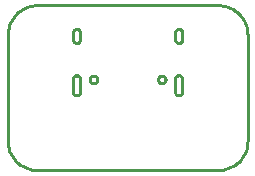
<source format=gbr>
G04 EAGLE Gerber RS-274X export*
G75*
%MOMM*%
%FSLAX34Y34*%
%LPD*%
%IN*%
%IPPOS*%
%AMOC8*
5,1,8,0,0,1.08239X$1,22.5*%
G01*
%ADD10C,0.254000*%


D10*
X0Y25400D02*
X97Y23186D01*
X386Y20989D01*
X865Y18826D01*
X1532Y16713D01*
X2380Y14666D01*
X3403Y12700D01*
X4594Y10831D01*
X5942Y9073D01*
X7440Y7440D01*
X9073Y5942D01*
X10831Y4594D01*
X12700Y3403D01*
X14666Y2380D01*
X16713Y1532D01*
X18826Y865D01*
X20989Y386D01*
X23186Y97D01*
X25400Y0D01*
X177800Y0D01*
X180014Y97D01*
X182211Y386D01*
X184374Y865D01*
X186487Y1532D01*
X188535Y2380D01*
X190500Y3403D01*
X192369Y4594D01*
X194127Y5942D01*
X195761Y7440D01*
X197258Y9073D01*
X198606Y10831D01*
X199797Y12700D01*
X200820Y14666D01*
X201668Y16713D01*
X202335Y18826D01*
X202814Y20989D01*
X203103Y23186D01*
X203200Y25400D01*
X203200Y114300D01*
X203103Y116514D01*
X202814Y118711D01*
X202335Y120874D01*
X201668Y122987D01*
X200820Y125035D01*
X199797Y127000D01*
X198606Y128869D01*
X197258Y130627D01*
X195761Y132261D01*
X194127Y133758D01*
X192369Y135106D01*
X190500Y136297D01*
X188535Y137320D01*
X186487Y138168D01*
X184374Y138835D01*
X182211Y139314D01*
X180014Y139603D01*
X177800Y139700D01*
X25400Y139700D01*
X23186Y139603D01*
X20989Y139314D01*
X18826Y138835D01*
X16713Y138168D01*
X14666Y137320D01*
X12700Y136297D01*
X10831Y135106D01*
X9073Y133758D01*
X7440Y132261D01*
X5942Y130627D01*
X4594Y128869D01*
X3403Y127000D01*
X2380Y125035D01*
X1532Y122987D01*
X865Y120874D01*
X386Y118711D01*
X97Y116514D01*
X0Y114300D01*
X0Y25400D01*
X141800Y66400D02*
X141811Y66139D01*
X141846Y65879D01*
X141902Y65624D01*
X141981Y65374D01*
X142081Y65132D01*
X142202Y64900D01*
X142343Y64679D01*
X142502Y64472D01*
X142679Y64279D01*
X142872Y64102D01*
X143079Y63943D01*
X143300Y63802D01*
X143532Y63681D01*
X143774Y63581D01*
X144024Y63502D01*
X144279Y63446D01*
X144539Y63411D01*
X144800Y63400D01*
X145061Y63411D01*
X145321Y63446D01*
X145576Y63502D01*
X145826Y63581D01*
X146068Y63681D01*
X146300Y63802D01*
X146521Y63943D01*
X146728Y64102D01*
X146921Y64279D01*
X147098Y64472D01*
X147257Y64679D01*
X147398Y64900D01*
X147519Y65132D01*
X147619Y65374D01*
X147698Y65624D01*
X147754Y65879D01*
X147789Y66139D01*
X147800Y66400D01*
X147800Y77400D01*
X147789Y77661D01*
X147754Y77921D01*
X147698Y78176D01*
X147619Y78426D01*
X147519Y78668D01*
X147398Y78900D01*
X147257Y79121D01*
X147098Y79328D01*
X146921Y79521D01*
X146728Y79698D01*
X146521Y79857D01*
X146300Y79998D01*
X146068Y80119D01*
X145826Y80219D01*
X145576Y80298D01*
X145321Y80354D01*
X145061Y80389D01*
X144800Y80400D01*
X144539Y80389D01*
X144279Y80354D01*
X144024Y80298D01*
X143774Y80219D01*
X143532Y80119D01*
X143300Y79998D01*
X143079Y79857D01*
X142872Y79698D01*
X142679Y79521D01*
X142502Y79328D01*
X142343Y79121D01*
X142202Y78900D01*
X142081Y78668D01*
X141981Y78426D01*
X141902Y78176D01*
X141846Y77921D01*
X141811Y77661D01*
X141800Y77400D01*
X141800Y66400D01*
X55400Y66400D02*
X55411Y66139D01*
X55446Y65879D01*
X55502Y65624D01*
X55581Y65374D01*
X55681Y65132D01*
X55802Y64900D01*
X55943Y64679D01*
X56102Y64472D01*
X56279Y64279D01*
X56472Y64102D01*
X56679Y63943D01*
X56900Y63802D01*
X57132Y63681D01*
X57374Y63581D01*
X57624Y63502D01*
X57879Y63446D01*
X58139Y63411D01*
X58400Y63400D01*
X58661Y63411D01*
X58921Y63446D01*
X59176Y63502D01*
X59426Y63581D01*
X59668Y63681D01*
X59900Y63802D01*
X60121Y63943D01*
X60328Y64102D01*
X60521Y64279D01*
X60698Y64472D01*
X60857Y64679D01*
X60998Y64900D01*
X61119Y65132D01*
X61219Y65374D01*
X61298Y65624D01*
X61354Y65879D01*
X61389Y66139D01*
X61400Y66400D01*
X61400Y77400D01*
X61389Y77661D01*
X61354Y77921D01*
X61298Y78176D01*
X61219Y78426D01*
X61119Y78668D01*
X60998Y78900D01*
X60857Y79121D01*
X60698Y79328D01*
X60521Y79521D01*
X60328Y79698D01*
X60121Y79857D01*
X59900Y79998D01*
X59668Y80119D01*
X59426Y80219D01*
X59176Y80298D01*
X58921Y80354D01*
X58661Y80389D01*
X58400Y80400D01*
X58139Y80389D01*
X57879Y80354D01*
X57624Y80298D01*
X57374Y80219D01*
X57132Y80119D01*
X56900Y79998D01*
X56679Y79857D01*
X56472Y79698D01*
X56279Y79521D01*
X56102Y79328D01*
X55943Y79121D01*
X55802Y78900D01*
X55681Y78668D01*
X55581Y78426D01*
X55502Y78176D01*
X55446Y77921D01*
X55411Y77661D01*
X55400Y77400D01*
X55400Y66400D01*
X55400Y110700D02*
X55411Y110439D01*
X55446Y110179D01*
X55502Y109924D01*
X55581Y109674D01*
X55681Y109432D01*
X55802Y109200D01*
X55943Y108979D01*
X56102Y108772D01*
X56279Y108579D01*
X56472Y108402D01*
X56679Y108243D01*
X56900Y108102D01*
X57132Y107981D01*
X57374Y107881D01*
X57624Y107802D01*
X57879Y107746D01*
X58139Y107711D01*
X58400Y107700D01*
X58661Y107711D01*
X58921Y107746D01*
X59176Y107802D01*
X59426Y107881D01*
X59668Y107981D01*
X59900Y108102D01*
X60121Y108243D01*
X60328Y108402D01*
X60521Y108579D01*
X60698Y108772D01*
X60857Y108979D01*
X60998Y109200D01*
X61119Y109432D01*
X61219Y109674D01*
X61298Y109924D01*
X61354Y110179D01*
X61389Y110439D01*
X61400Y110700D01*
X61400Y116700D01*
X61389Y116961D01*
X61354Y117221D01*
X61298Y117476D01*
X61219Y117726D01*
X61119Y117968D01*
X60998Y118200D01*
X60857Y118421D01*
X60698Y118628D01*
X60521Y118821D01*
X60328Y118998D01*
X60121Y119157D01*
X59900Y119298D01*
X59668Y119419D01*
X59426Y119519D01*
X59176Y119598D01*
X58921Y119654D01*
X58661Y119689D01*
X58400Y119700D01*
X58139Y119689D01*
X57879Y119654D01*
X57624Y119598D01*
X57374Y119519D01*
X57132Y119419D01*
X56900Y119298D01*
X56679Y119157D01*
X56472Y118998D01*
X56279Y118821D01*
X56102Y118628D01*
X55943Y118421D01*
X55802Y118200D01*
X55681Y117968D01*
X55581Y117726D01*
X55502Y117476D01*
X55446Y117221D01*
X55411Y116961D01*
X55400Y116700D01*
X55400Y110700D01*
X141800Y110700D02*
X141811Y110439D01*
X141846Y110179D01*
X141902Y109924D01*
X141981Y109674D01*
X142081Y109432D01*
X142202Y109200D01*
X142343Y108979D01*
X142502Y108772D01*
X142679Y108579D01*
X142872Y108402D01*
X143079Y108243D01*
X143300Y108102D01*
X143532Y107981D01*
X143774Y107881D01*
X144024Y107802D01*
X144279Y107746D01*
X144539Y107711D01*
X144800Y107700D01*
X145061Y107711D01*
X145321Y107746D01*
X145576Y107802D01*
X145826Y107881D01*
X146068Y107981D01*
X146300Y108102D01*
X146521Y108243D01*
X146728Y108402D01*
X146921Y108579D01*
X147098Y108772D01*
X147257Y108979D01*
X147398Y109200D01*
X147519Y109432D01*
X147619Y109674D01*
X147698Y109924D01*
X147754Y110179D01*
X147789Y110439D01*
X147800Y110700D01*
X147800Y116700D01*
X147789Y116961D01*
X147754Y117221D01*
X147698Y117476D01*
X147619Y117726D01*
X147519Y117968D01*
X147398Y118200D01*
X147257Y118421D01*
X147098Y118628D01*
X146921Y118821D01*
X146728Y118998D01*
X146521Y119157D01*
X146300Y119298D01*
X146068Y119419D01*
X145826Y119519D01*
X145576Y119598D01*
X145321Y119654D01*
X145061Y119689D01*
X144800Y119700D01*
X144539Y119689D01*
X144279Y119654D01*
X144024Y119598D01*
X143774Y119519D01*
X143532Y119419D01*
X143300Y119298D01*
X143079Y119157D01*
X142872Y118998D01*
X142679Y118821D01*
X142502Y118628D01*
X142343Y118421D01*
X142202Y118200D01*
X142081Y117968D01*
X141981Y117726D01*
X141902Y117476D01*
X141846Y117221D01*
X141811Y116961D01*
X141800Y116700D01*
X141800Y110700D01*
X69450Y77113D02*
X69506Y77535D01*
X69616Y77947D01*
X69779Y78341D01*
X69992Y78709D01*
X70251Y79047D01*
X70553Y79349D01*
X70891Y79608D01*
X71259Y79821D01*
X71653Y79984D01*
X72065Y80094D01*
X72487Y80150D01*
X72913Y80150D01*
X73335Y80094D01*
X73747Y79984D01*
X74141Y79821D01*
X74509Y79608D01*
X74847Y79349D01*
X75149Y79047D01*
X75408Y78709D01*
X75621Y78341D01*
X75784Y77947D01*
X75894Y77535D01*
X75950Y77113D01*
X75950Y76687D01*
X75894Y76265D01*
X75784Y75853D01*
X75621Y75459D01*
X75408Y75091D01*
X75149Y74753D01*
X74847Y74451D01*
X74509Y74192D01*
X74141Y73979D01*
X73747Y73816D01*
X73335Y73706D01*
X72913Y73650D01*
X72487Y73650D01*
X72065Y73706D01*
X71653Y73816D01*
X71259Y73979D01*
X70891Y74192D01*
X70553Y74451D01*
X70251Y74753D01*
X69992Y75091D01*
X69779Y75459D01*
X69616Y75853D01*
X69506Y76265D01*
X69450Y76687D01*
X69450Y77113D01*
X127250Y77113D02*
X127306Y77535D01*
X127416Y77947D01*
X127579Y78341D01*
X127792Y78709D01*
X128051Y79047D01*
X128353Y79349D01*
X128691Y79608D01*
X129059Y79821D01*
X129453Y79984D01*
X129865Y80094D01*
X130287Y80150D01*
X130713Y80150D01*
X131135Y80094D01*
X131547Y79984D01*
X131941Y79821D01*
X132309Y79608D01*
X132647Y79349D01*
X132949Y79047D01*
X133208Y78709D01*
X133421Y78341D01*
X133584Y77947D01*
X133694Y77535D01*
X133750Y77113D01*
X133750Y76687D01*
X133694Y76265D01*
X133584Y75853D01*
X133421Y75459D01*
X133208Y75091D01*
X132949Y74753D01*
X132647Y74451D01*
X132309Y74192D01*
X131941Y73979D01*
X131547Y73816D01*
X131135Y73706D01*
X130713Y73650D01*
X130287Y73650D01*
X129865Y73706D01*
X129453Y73816D01*
X129059Y73979D01*
X128691Y74192D01*
X128353Y74451D01*
X128051Y74753D01*
X127792Y75091D01*
X127579Y75459D01*
X127416Y75853D01*
X127306Y76265D01*
X127250Y76687D01*
X127250Y77113D01*
M02*

</source>
